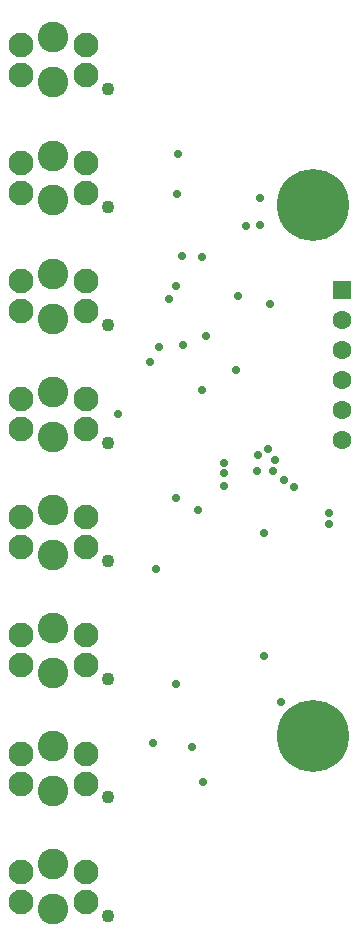
<source format=gts>
G04*
G04 #@! TF.GenerationSoftware,Altium Limited,Altium Designer,20.0.12 (288)*
G04*
G04 Layer_Color=8388736*
%FSLAX44Y44*%
%MOMM*%
G71*
G01*
G75*
%ADD11R,1.6000X1.6000*%
%ADD12C,1.6000*%
%ADD13C,2.1000*%
%ADD14C,1.1000*%
%ADD15C,2.6000*%
%ADD16C,0.7000*%
%ADD17C,6.1000*%
D11*
X306750Y552950D02*
D03*
D12*
Y527550D02*
D03*
Y502150D02*
D03*
Y476750D02*
D03*
Y451350D02*
D03*
Y425950D02*
D03*
D13*
X90000Y60400D02*
D03*
Y35000D02*
D03*
X35000D02*
D03*
Y60400D02*
D03*
X90000Y160400D02*
D03*
Y135000D02*
D03*
X35000D02*
D03*
Y160400D02*
D03*
X90000Y260400D02*
D03*
Y235000D02*
D03*
X35000D02*
D03*
Y260400D02*
D03*
X90000Y360400D02*
D03*
Y335000D02*
D03*
X35000D02*
D03*
Y360400D02*
D03*
X90000Y560400D02*
D03*
Y535000D02*
D03*
X35000D02*
D03*
Y560400D02*
D03*
X90000Y460400D02*
D03*
Y435000D02*
D03*
X35000D02*
D03*
Y460400D02*
D03*
X90000Y660400D02*
D03*
Y635000D02*
D03*
X35000D02*
D03*
Y660400D02*
D03*
Y760400D02*
D03*
Y735000D02*
D03*
X90000D02*
D03*
Y760400D02*
D03*
D14*
X109000Y23200D02*
D03*
Y123200D02*
D03*
Y223200D02*
D03*
Y323200D02*
D03*
Y523200D02*
D03*
Y423200D02*
D03*
Y623200D02*
D03*
Y723200D02*
D03*
D15*
X62500Y28700D02*
D03*
Y66700D02*
D03*
Y128700D02*
D03*
Y166700D02*
D03*
Y228700D02*
D03*
Y266700D02*
D03*
Y328700D02*
D03*
Y366700D02*
D03*
Y528700D02*
D03*
Y566700D02*
D03*
Y428700D02*
D03*
Y466700D02*
D03*
Y628700D02*
D03*
Y666700D02*
D03*
Y766700D02*
D03*
Y728700D02*
D03*
D16*
X246000Y541000D02*
D03*
X144000Y492000D02*
D03*
X152000Y505000D02*
D03*
X237000Y631000D02*
D03*
X171040Y581310D02*
D03*
X149000Y317000D02*
D03*
X117000Y448000D02*
D03*
X168000Y668000D02*
D03*
X147000Y169500D02*
D03*
X241000Y243000D02*
D03*
X219000Y548000D02*
D03*
X255276Y203736D02*
D03*
X185165Y366500D02*
D03*
X172500Y506250D02*
D03*
X206750Y398000D02*
D03*
X206762Y406769D02*
D03*
X207000Y386750D02*
D03*
X166000Y377000D02*
D03*
X295510Y363760D02*
D03*
X295657Y354588D02*
D03*
X265739Y386460D02*
D03*
X257750Y392000D02*
D03*
X188000Y468000D02*
D03*
X160000Y545000D02*
D03*
X192000Y514000D02*
D03*
X250000Y409000D02*
D03*
X243999Y417999D02*
D03*
X217000Y485000D02*
D03*
X237000Y608000D02*
D03*
X236000Y413000D02*
D03*
X166000Y556000D02*
D03*
Y219000D02*
D03*
X180000Y166000D02*
D03*
X189000Y136000D02*
D03*
X225250Y607220D02*
D03*
X188500Y580500D02*
D03*
X167500Y634000D02*
D03*
X235000Y399750D02*
D03*
X241000Y347000D02*
D03*
X248748Y399999D02*
D03*
D17*
X282000Y175000D02*
D03*
Y625000D02*
D03*
M02*

</source>
